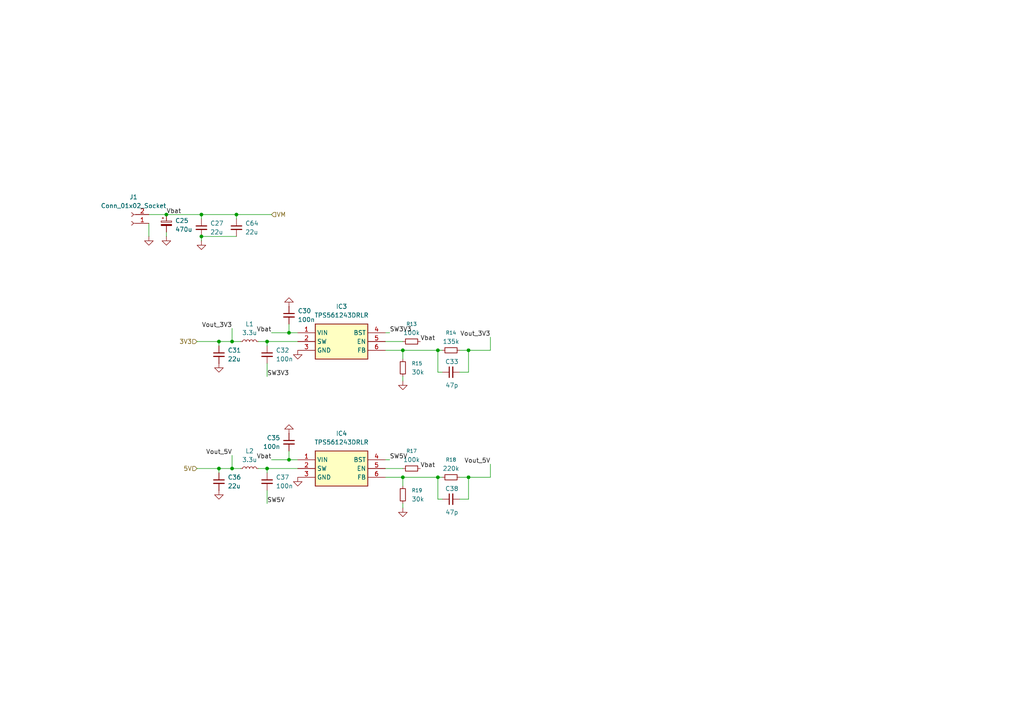
<source format=kicad_sch>
(kicad_sch (version 20250114) (generator "eeschema") (generator_version "9.0")
  (paper "A4")
  (lib_symbols
    (symbol "Connector:Conn_01x02_Socket" (pin_names (offset 1.016) (hide yes))
      (property "Reference" "J" (at 0 2.54 0))
      (property "Value" "Conn_01x02_Socket" (at 0 -5.08 0))
      (symbol "Conn_01x02_Socket_1_1"
        (polyline (pts (xy -1.27 0) (xy -0.508 0)) (stroke (width 0.1524)))
        (polyline (pts (xy -1.27 -2.54) (xy -0.508 -2.54)) (stroke (width 0.1524)))
        (arc (start 0 -0.508) (mid -0.5058 0) (end 0 0.508) (stroke (width 0.1524)))
        (arc (start 0 -3.048) (mid -0.5058 -2.54) (end 0 -2.032) (stroke (width 0.1524)))
        (pin passive line (at -5.08 0 0) (length 3.81) (name "Pin_1") (number "1"))
        (pin passive line (at -5.08 -2.54 0) (length 3.81) (name "Pin_2") (number "2"))
      )
    )
    (symbol "Device:C_Polarized_Small" (pin_numbers (hide yes)) (pin_names (offset 0.254) (hide yes))
      (property "Reference" "C" (at 0.254 1.778 0))
      (property "Value" "C_Polarized_Small" (at 0.254 -2.032 0))
      (symbol "C_Polarized_Small_0_1"
        (rectangle (start -1.524 0.6858) (end 1.524 0.3048))
        (rectangle (start -1.524 -0.3048) (end 1.524 -0.6858) (fill (type outline)))
        (polyline (pts (xy -1.27 1.524) (xy -0.762 1.524)))
        (polyline (pts (xy -1.016 1.27) (xy -1.016 1.778)))
      )
      (symbol "C_Polarized_Small_1_1"
        (pin passive line (at 0 2.54 270) (length 1.8542) (name "~") (number "1"))
        (pin passive line (at 0 -2.54 90) (length 1.8542) (name "~") (number "2"))
      )
    )
    (symbol "Device:C_Small" (pin_numbers (hide yes)) (pin_names (offset 0.254) (hide yes))
      (property "Reference" "C" (at 0.254 1.778 0))
      (property "Value" "C_Small" (at 0.254 -2.032 0))
      (symbol "C_Small_0_1"
        (polyline (pts (xy -1.524 0.508) (xy 1.524 0.508)) (stroke (width 0.3048)))
        (polyline (pts (xy -1.524 -0.508) (xy 1.524 -0.508)) (stroke (width 0.3302)))
      )
      (symbol "C_Small_1_1"
        (pin passive line (at 0 2.54 270) (length 2.032) (name "~") (number "1"))
        (pin passive line (at 0 -2.54 90) (length 2.032) (name "~") (number "2"))
      )
    )
    (symbol "Device:L_Small" (pin_numbers (hide yes)) (pin_names (offset 0.254) (hide yes))
      (property "Reference" "L" (at 0.762 1.016 0))
      (property "Value" "L_Small" (at 0.762 -1.016 0))
      (symbol "L_Small_0_1"
        (arc (start 0 2.032) (mid 0.5058 1.524) (end 0 1.016))
        (arc (start 0 1.016) (mid 0.5058 0.508) (end 0 0))
        (arc (start 0 0) (mid 0.5058 -0.508) (end 0 -1.016))
        (arc (start 0 -1.016) (mid 0.5058 -1.524) (end 0 -2.032))
      )
      (symbol "L_Small_1_1"
        (pin passive line (at 0 2.54 270) (length 0.508) (name "~") (number "1"))
        (pin passive line (at 0 -2.54 90) (length 0.508) (name "~") (number "2"))
      )
    )
    (symbol "Device:R_Small" (pin_numbers (hide yes)) (pin_names (offset 0.254) (hide yes))
      (property "Reference" "R" (at 0 0 90))
      (property "Value" "R_Small" (at 1.778 0 90))
      (symbol "R_Small_0_1"
        (rectangle (start -0.762 1.778) (end 0.762 -1.778) (stroke (width 0.2032)))
      )
      (symbol "R_Small_1_1"
        (pin passive line (at 0 2.54 270) (length 0.762) (name "~") (number "1"))
        (pin passive line (at 0 -2.54 90) (length 0.762) (name "~") (number "2"))
      )
    )
    (symbol "TPS561243DRLR:TPS561243DRLR"
      (property "Reference" "IC" (at 21.59 7.62 0))
      (property "Value" "TPS561243DRLR" (at 21.59 5.08 0))
      (symbol "TPS561243DRLR_1_1"
        (rectangle (start 5.08 2.54) (end 20.32 -7.62) (stroke (width 0.254)) (fill (type background)))
        (pin passive line (at 0 0 0) (length 5.08) (name "VIN") (number "1"))
        (pin passive line (at 0 -2.54 0) (length 5.08) (name "SW") (number "2"))
        (pin passive line (at 0 -5.08 0) (length 5.08) (name "GND") (number "3"))
        (pin passive line (at 25.4 0 180) (length 5.08) (name "BST") (number "4"))
        (pin passive line (at 25.4 -2.54 180) (length 5.08) (name "EN") (number "5"))
        (pin passive line (at 25.4 -5.08 180) (length 5.08) (name "FB") (number "6"))
      )
    )
    (symbol "power:GND" (power) (pin_numbers (hide yes)) (pin_names (offset 0) (hide yes))
      (property "Value" "GND" (at 0 -3.81 0))
      (symbol "GND_0_1"
        (polyline (pts (xy 0 0) (xy 0 -1.27) (xy 1.27 -1.27) (xy 0 -2.54) (xy -1.27 -1.27) (xy 0 -1.27)))
      )
      (symbol "GND_1_1"
        (pin power_in line (at 0 0 270) (length 0) (name "~") (number "1"))
      )
    )
  )
  (junction (at 68.58 62.23))
  (junction (at 63.5 99.06))
  (junction (at 135.89 101.6))
  (junction (at 63.5 135.89))
  (junction (at 127 101.6))
  (junction (at 77.47 135.89))
  (junction (at 83.82 133.35))
  (junction (at 67.31 99.06))
  (junction (at 127 138.43))
  (junction (at 77.47 99.06))
  (junction (at 116.84 138.43))
  (junction (at 135.89 138.43))
  (junction (at 83.82 96.52))
  (junction (at 58.42 68.58))
  (junction (at 116.84 101.6))
  (junction (at 67.31 135.89))
  (junction (at 58.42 62.23))
  (junction (at 48.26 62.23))
  (wire (pts (xy 69.85 135.89) (xy 67.31 135.89)))
  (wire (pts (xy 111.76 99.06) (xy 116.84 99.06)))
  (wire (pts (xy 57.15 135.89) (xy 63.5 135.89)))
  (wire (pts (xy 127 101.6) (xy 127 107.95)))
  (wire (pts (xy 113.03 133.35) (xy 111.76 133.35)))
  (wire (pts (xy 58.42 68.58) (xy 68.58 68.58)))
  (wire (pts (xy 78.74 96.52) (xy 83.82 96.52)))
  (wire (pts (xy 77.47 137.16) (xy 77.47 135.89)))
  (wire (pts (xy 77.47 105.41) (xy 77.47 109.22)))
  (wire (pts (xy 43.18 62.23) (xy 48.26 62.23)))
  (wire (pts (xy 67.31 95.25) (xy 67.31 99.06)))
  (wire (pts (xy 48.26 68.58) (xy 48.26 67.31)))
  (wire (pts (xy 128.27 144.78) (xy 127 144.78)))
  (wire (pts (xy 142.24 97.79) (xy 142.24 101.6)))
  (wire (pts (xy 67.31 99.06) (xy 63.5 99.06)))
  (wire (pts (xy 83.82 96.52) (xy 83.82 93.98)))
  (wire (pts (xy 58.42 62.23) (xy 58.42 63.5)))
  (wire (pts (xy 68.58 62.23) (xy 78.74 62.23)))
  (wire (pts (xy 116.84 110.49) (xy 116.84 109.22)))
  (wire (pts (xy 68.58 62.23) (xy 68.58 63.5)))
  (wire (pts (xy 128.27 107.95) (xy 127 107.95)))
  (wire (pts (xy 135.89 138.43) (xy 133.35 138.43)))
  (wire (pts (xy 116.84 101.6) (xy 127 101.6)))
  (wire (pts (xy 127 138.43) (xy 127 144.78)))
  (wire (pts (xy 111.76 138.43) (xy 116.84 138.43)))
  (wire (pts (xy 83.82 133.35) (xy 83.82 130.81)))
  (wire (pts (xy 142.24 134.62) (xy 142.24 138.43)))
  (wire (pts (xy 78.74 133.35) (xy 83.82 133.35)))
  (wire (pts (xy 111.76 135.89) (xy 116.84 135.89)))
  (wire (pts (xy 67.31 132.08) (xy 67.31 135.89)))
  (wire (pts (xy 133.35 144.78) (xy 135.89 144.78)))
  (wire (pts (xy 77.47 99.06) (xy 86.36 99.06)))
  (wire (pts (xy 116.84 104.14) (xy 116.84 101.6)))
  (wire (pts (xy 135.89 107.95) (xy 135.89 101.6)))
  (wire (pts (xy 135.89 144.78) (xy 135.89 138.43)))
  (wire (pts (xy 77.47 135.89) (xy 86.36 135.89)))
  (wire (pts (xy 43.18 68.58) (xy 43.18 64.77)))
  (wire (pts (xy 58.42 68.58) (xy 58.42 69.85)))
  (wire (pts (xy 133.35 107.95) (xy 135.89 107.95)))
  (wire (pts (xy 111.76 101.6) (xy 116.84 101.6)))
  (wire (pts (xy 127 101.6) (xy 128.27 101.6)))
  (wire (pts (xy 113.03 96.52) (xy 111.76 96.52)))
  (wire (pts (xy 127 138.43) (xy 128.27 138.43)))
  (wire (pts (xy 57.15 99.06) (xy 63.5 99.06)))
  (wire (pts (xy 116.84 138.43) (xy 127 138.43)))
  (wire (pts (xy 74.93 135.89) (xy 77.47 135.89)))
  (wire (pts (xy 67.31 135.89) (xy 63.5 135.89)))
  (wire (pts (xy 69.85 99.06) (xy 67.31 99.06)))
  (wire (pts (xy 77.47 142.24) (xy 77.47 146.05)))
  (wire (pts (xy 135.89 101.6) (xy 133.35 101.6)))
  (wire (pts (xy 116.84 140.97) (xy 116.84 138.43)))
  (wire (pts (xy 86.36 96.52) (xy 83.82 96.52)))
  (wire (pts (xy 116.84 147.32) (xy 116.84 146.05)))
  (wire (pts (xy 142.24 138.43) (xy 135.89 138.43)))
  (wire (pts (xy 63.5 99.06) (xy 63.5 100.33)))
  (wire (pts (xy 58.42 62.23) (xy 68.58 62.23)))
  (wire (pts (xy 86.36 133.35) (xy 83.82 133.35)))
  (wire (pts (xy 63.5 135.89) (xy 63.5 137.16)))
  (wire (pts (xy 74.93 99.06) (xy 77.47 99.06)))
  (wire (pts (xy 77.47 100.33) (xy 77.47 99.06)))
  (wire (pts (xy 142.24 101.6) (xy 135.89 101.6)))
  (wire (pts (xy 48.26 62.23) (xy 58.42 62.23)))
  (label "Vbat" (at 78.74 133.35 180))
  (label "Vbat" (at 78.74 96.52 180))
  (label "Vbat" (at 121.92 99.06 0))
  (label "Vbat" (at 48.26 62.23 0))
  (label "SW5V" (at 113.03 133.35 0))
  (label "SW3V3" (at 113.03 96.52 0))
  (label "Vout_5V" (at 142.24 134.62 180))
  (label "Vout_3V3" (at 67.31 95.25 180))
  (label "Vout_5V" (at 67.31 132.08 180))
  (label "Vout_3V3" (at 142.24 97.79 180))
  (label "SW5V" (at 77.47 146.05 0))
  (label "SW3V3" (at 77.47 109.22 0))
  (label "Vbat" (at 121.92 135.89 0))
  (hierarchical_label "3V3" (shape input) (at 57.15 99.06 180))
  (hierarchical_label "VM" (shape input) (at 78.74 62.23 0))
  (hierarchical_label "5V" (shape input) (at 57.15 135.89 180))
  (symbol (lib_id "Device:R_Small") (at 130.81 101.6 90) (unit 1)
    (property "Reference" "R14" (at 130.81 96.52 90) (effects (font (size 1.016 1.016))))
    (property "Value" "135k" (at 130.81 99.06 90))
    (property "Footprint" "Resistor_SMD:R_0603_1608Metric" (effects (hide yes)))
    (property "Description" "Resistor, small symbol" (effects (hide yes)))
  )
  (symbol (lib_id "Device:C_Small") (at 83.82 128.27 0) (mirror y) (unit 1)
    (property "Reference" "C35" (at 81.28 127.0062 0) (effects (justify left)))
    (property "Value" "100n" (at 81.28 129.5462 0) (effects (justify left)))
    (property "Footprint" "Capacitor_SMD:C_0603_1608Metric" (effects (hide yes)))
    (property "Description" "Unpolarized capacitor, small symbol" (effects (hide yes)))
  )
  (symbol (lib_id "power:GND") (at 48.26 68.58 0) (unit 1)
    (property "Reference" "#PWR024" (effects (hide yes)))
    (property "Value" "GND" (effects (hide yes)))
    (property "Description" "Power symbol creates a global label with name \"GND\" , ground" (effects (hide yes)))
  )
  (symbol (lib_id "Device:R_Small") (at 119.38 135.89 90) (unit 1)
    (property "Reference" "R17" (at 119.38 130.81 90) (effects (font (size 1.016 1.016))))
    (property "Value" "100k" (at 119.38 133.35 90))
    (property "Footprint" "Resistor_SMD:R_0603_1608Metric" (effects (hide yes)))
    (property "Description" "Resistor, small symbol" (effects (hide yes)))
  )
  (symbol (lib_id "power:GND") (at 63.5 142.24 0) (unit 1)
    (property "Reference" "#PWR040" (effects (hide yes)))
    (property "Value" "GND" (effects (hide yes)))
    (property "Description" "Power symbol creates a global label with name \"GND\" , ground" (effects (hide yes)))
  )
  (symbol (lib_id "Device:C_Small") (at 83.82 91.44 0) (unit 1)
    (property "Reference" "C30" (at 86.36 90.1762 0) (effects (justify left)))
    (property "Value" "100n" (at 86.36 92.7162 0) (effects (justify left)))
    (property "Footprint" "Capacitor_SMD:C_0603_1608Metric" (effects (hide yes)))
    (property "Description" "Unpolarized capacitor, small symbol" (effects (hide yes)))
  )
  (symbol (lib_id "power:GND") (at 86.36 138.43 0) (unit 1)
    (property "Reference" "#PWR039" (effects (hide yes)))
    (property "Value" "GND" (effects (hide yes)))
    (property "Description" "Power symbol creates a global label with name \"GND\" , ground" (effects (hide yes)))
  )
  (symbol (lib_id "Device:L_Small") (at 72.39 135.89 90) (unit 1)
    (property "Reference" "L2" (at 72.39 130.81 90))
    (property "Value" "3.3u" (at 72.39 133.35 90))
    (property "Footprint" "Inductor_SMD:L_1008_2520Metric" (effects (hide yes)))
    (property "Description" "Inductor, small symbol" (effects (hide yes)))
  )
  (symbol (lib_id "Device:R_Small") (at 130.81 138.43 90) (unit 1)
    (property "Reference" "R18" (at 130.81 133.35 90) (effects (font (size 1.016 1.016))))
    (property "Value" "220k" (at 130.81 135.89 90))
    (property "Footprint" "Resistor_SMD:R_0603_1608Metric" (effects (hide yes)))
    (property "Description" "Resistor, small symbol" (effects (hide yes)))
  )
  (symbol (lib_id "power:GND") (at 58.42 69.85 0) (unit 1)
    (property "Reference" "#PWR026" (effects (hide yes)))
    (property "Value" "GND" (effects (hide yes)))
    (property "Description" "Power symbol creates a global label with name \"GND\" , ground" (effects (hide yes)))
  )
  (symbol (lib_id "power:GND") (at 116.84 110.49 0) (unit 1)
    (property "Reference" "#PWR035" (effects (hide yes)))
    (property "Value" "GND" (effects (hide yes)))
    (property "Description" "Power symbol creates a global label with name \"GND\" , ground" (effects (hide yes)))
  )
  (symbol (lib_id "Device:C_Small") (at 130.81 107.95 90) (unit 1)
    (property "Reference" "C33" (at 131.064 104.902 90))
    (property "Value" "47p" (at 131.064 111.76 90))
    (property "Footprint" "Capacitor_SMD:C_0603_1608Metric" (effects (hide yes)))
    (property "Description" "Unpolarized capacitor, small symbol" (effects (hide yes)))
  )
  (symbol (lib_id "Device:R_Small") (at 119.38 99.06 90) (unit 1)
    (property "Reference" "R13" (at 119.38 93.98 90) (effects (font (size 1.016 1.016))))
    (property "Value" "100k" (at 119.38 96.52 90))
    (property "Footprint" "Resistor_SMD:R_0603_1608Metric" (effects (hide yes)))
    (property "Description" "Resistor, small symbol" (effects (hide yes)))
  )
  (symbol (lib_id "power:GND") (at 83.82 125.73 180) (unit 1)
    (property "Reference" "#PWR038" (effects (hide yes)))
    (property "Value" "GND" (effects (hide yes)))
    (property "Description" "Power symbol creates a global label with name \"GND\" , ground" (effects (hide yes)))
  )
  (symbol (lib_id "Device:C_Small") (at 68.58 66.04 0) (unit 1)
    (property "Reference" "C64" (at 71.12 64.7762 0) (effects (justify left)))
    (property "Value" "22u" (at 71.12 67.3162 0) (effects (justify left)))
    (property "Footprint" "Capacitor_SMD:C_0603_1608Metric" (effects (hide yes)))
    (property "Description" "Unpolarized capacitor, small symbol" (effects (hide yes)))
  )
  (symbol (lib_id "TPS561243DRLR:TPS561243DRLR") (at 86.36 133.35 0) (unit 1)
    (property "Reference" "IC4" (at 99.06 125.73 0))
    (property "Value" "TPS561243DRLR" (at 99.06 128.27 0))
    (property "Footprint" "TPS561243:SOTFL50P160X60-6N" (effects (hide yes)))
    (property "Datasheet" "https://www.ti.com/lit/ds/symlink/tps561243.pdf?ts=1733989766744" (effects (hide yes)))
    (property "Description" "Switching Voltage Regulators 4.2V to 17V input voltage, 1A, 1.2MHz synchronous buck converter in SOT563 with Eco-mode" (effects (hide yes)))
    (property "Height" "0.6" (effects (hide yes)))
    (property "Mouser Part Number" "595-TPS561243DRLR" (effects (hide yes)))
    (property "Mouser Price/Stock" "https://www.mouser.co.uk/ProductDetail/Texas-Instruments/TPS561243DRLR?qs=IKkN%2F947nfCrKGmR0s4%252Blw%3D%3D" (effects (hide yes)))
    (property "Manufacturer_Name" "Texas Instruments" (effects (hide yes)))
    (property "Manufacturer_Part_Number" "TPS561243DRLR" (effects (hide yes)))
  )
  (symbol (lib_id "Device:C_Small") (at 77.47 139.7 0) (unit 1)
    (property "Reference" "C37" (at 80.01 138.4362 0) (effects (justify left)))
    (property "Value" "100n" (at 80.01 140.9762 0) (effects (justify left)))
    (property "Footprint" "Capacitor_SMD:C_0603_1608Metric" (effects (hide yes)))
    (property "Description" "Unpolarized capacitor, small symbol" (effects (hide yes)))
  )
  (symbol (lib_id "power:GND") (at 86.36 101.6 0) (unit 1)
    (property "Reference" "#PWR031" (effects (hide yes)))
    (property "Value" "GND" (effects (hide yes)))
    (property "Description" "Power symbol creates a global label with name \"GND\" , ground" (effects (hide yes)))
  )
  (symbol (lib_id "Device:L_Small") (at 72.39 99.06 90) (unit 1)
    (property "Reference" "L1" (at 72.39 93.98 90))
    (property "Value" "3.3u" (at 72.39 96.52 90))
    (property "Footprint" "Inductor_SMD:L_1008_2520Metric" (effects (hide yes)))
    (property "Description" "Inductor, small symbol" (effects (hide yes)))
  )
  (symbol (lib_id "power:GND") (at 83.82 88.9 180) (unit 1)
    (property "Reference" "#PWR029" (effects (hide yes)))
    (property "Value" "GND" (effects (hide yes)))
    (property "Description" "Power symbol creates a global label with name \"GND\" , ground" (effects (hide yes)))
  )
  (symbol (lib_id "TPS561243DRLR:TPS561243DRLR") (at 86.36 96.52 0) (unit 1)
    (property "Reference" "IC3" (at 99.06 88.9 0))
    (property "Value" "TPS561243DRLR" (at 99.06 91.44 0))
    (property "Footprint" "TPS561243:SOTFL50P160X60-6N" (effects (hide yes)))
    (property "Datasheet" "https://www.ti.com/lit/ds/symlink/tps561243.pdf?ts=1733989766744" (effects (hide yes)))
    (property "Description" "Switching Voltage Regulators 4.2V to 17V input voltage, 1A, 1.2MHz synchronous buck converter in SOT563 with Eco-mode" (effects (hide yes)))
    (property "Height" "0.6" (effects (hide yes)))
    (property "Mouser Part Number" "595-TPS561243DRLR" (effects (hide yes)))
    (property "Mouser Price/Stock" "https://www.mouser.co.uk/ProductDetail/Texas-Instruments/TPS561243DRLR?qs=IKkN%2F947nfCrKGmR0s4%252Blw%3D%3D" (effects (hide yes)))
    (property "Manufacturer_Name" "Texas Instruments" (effects (hide yes)))
    (property "Manufacturer_Part_Number" "TPS561243DRLR" (effects (hide yes)))
  )
  (symbol (lib_id "Connector:Conn_01x02_Socket") (at 38.1 64.77 180) (unit 1)
    (property "Reference" "J1" (at 38.735 57.15 0))
    (property "Value" "Conn_01x02_Socket" (at 38.735 59.69 0))
    (property "Footprint" "Connector_AMASS:AMASS_XT60PW-M_1x02_P7.20mm_Horizontal" (effects (hide yes)))
    (property "Description" "Generic connector, single row, 01x02, script generated" (effects (hide yes)))
  )
  (symbol (lib_id "Device:R_Small") (at 116.84 143.51 180) (unit 1)
    (property "Reference" "R19" (at 119.38 142.2399 0) (effects (font (size 1.016 1.016)) (justify right)))
    (property "Value" "30k" (at 119.38 144.7799 0) (effects (justify right)))
    (property "Footprint" "Resistor_SMD:R_0603_1608Metric" (effects (hide yes)))
    (property "Description" "Resistor, small symbol" (effects (hide yes)))
  )
  (symbol (lib_id "power:GND") (at 63.5 105.41 0) (unit 1)
    (property "Reference" "#PWR034" (effects (hide yes)))
    (property "Value" "GND" (effects (hide yes)))
    (property "Description" "Power symbol creates a global label with name \"GND\" , ground" (effects (hide yes)))
  )
  (symbol (lib_id "Device:C_Small") (at 63.5 139.7 0) (unit 1)
    (property "Reference" "C36" (at 66.04 138.4362 0) (effects (justify left)))
    (property "Value" "22u" (at 66.04 140.9762 0) (effects (justify left)))
    (property "Footprint" "Capacitor_SMD:C_0805_2012Metric" (effects (hide yes)))
    (property "Description" "Unpolarized capacitor, small symbol" (effects (hide yes)))
  )
  (symbol (lib_id "Device:C_Small") (at 58.42 66.04 0) (unit 1)
    (property "Reference" "C27" (at 60.96 64.7762 0) (effects (justify left)))
    (property "Value" "22u" (at 60.96 67.3162 0) (effects (justify left)))
    (property "Footprint" "Capacitor_SMD:C_0603_1608Metric" (effects (hide yes)))
    (property "Description" "Unpolarized capacitor, small symbol" (effects (hide yes)))
  )
  (symbol (lib_id "Device:R_Small") (at 116.84 106.68 180) (unit 1)
    (property "Reference" "R15" (at 119.38 105.4099 0) (effects (font (size 1.016 1.016)) (justify right)))
    (property "Value" "30k" (at 119.38 107.9499 0) (effects (justify right)))
    (property "Footprint" "Resistor_SMD:R_0603_1608Metric" (effects (hide yes)))
    (property "Description" "Resistor, small symbol" (effects (hide yes)))
  )
  (symbol (lib_id "Device:C_Small") (at 63.5 102.87 0) (unit 1)
    (property "Reference" "C31" (at 66.04 101.6062 0) (effects (justify left)))
    (property "Value" "22u" (at 66.04 104.1462 0) (effects (justify left)))
    (property "Footprint" "Capacitor_SMD:C_0805_2012Metric" (effects (hide yes)))
    (property "Description" "Unpolarized capacitor, small symbol" (effects (hide yes)))
  )
  (symbol (lib_id "power:GND") (at 43.18 68.58 0) (unit 1)
    (property "Reference" "#PWR023" (effects (hide yes)))
    (property "Value" "GND" (effects (hide yes)))
    (property "Description" "Power symbol creates a global label with name \"GND\" , ground" (effects (hide yes)))
  )
  (symbol (lib_id "Device:C_Small") (at 77.47 102.87 0) (unit 1)
    (property "Reference" "C32" (at 80.01 101.6062 0) (effects (justify left)))
    (property "Value" "100n" (at 80.01 104.1462 0) (effects (justify left)))
    (property "Footprint" "Capacitor_SMD:C_0603_1608Metric" (effects (hide yes)))
    (property "Description" "Unpolarized capacitor, small symbol" (effects (hide yes)))
  )
  (symbol (lib_id "Device:C_Small") (at 130.81 144.78 90) (unit 1)
    (property "Reference" "C38" (at 131.064 141.732 90))
    (property "Value" "47p" (at 131.064 148.59 90))
    (property "Footprint" "Capacitor_SMD:C_0603_1608Metric" (effects (hide yes)))
    (property "Description" "Unpolarized capacitor, small symbol" (effects (hide yes)))
  )
  (symbol (lib_id "Device:C_Polarized_Small") (at 48.26 64.77 0) (unit 1)
    (property "Reference" "C25" (at 50.8 64.008 0) (effects (justify left)))
    (property "Value" "470u" (at 50.8 66.548 0) (effects (justify left)))
    (property "Footprint" "Capacitor_THT:C_Radial_D10.0mm_H16.0mm_P5.00mm" (effects (hide yes)))
    (property "Description" "Polarized capacitor, small symbol" (effects (hide yes)))
  )
  (symbol (lib_id "power:GND") (at 116.84 147.32 0) (unit 1)
    (property "Reference" "#PWR041" (effects (hide yes)))
    (property "Value" "GND" (effects (hide yes)))
    (property "Description" "Power symbol creates a global label with name \"GND\" , ground" (effects (hide yes)))
  )
)
</source>
